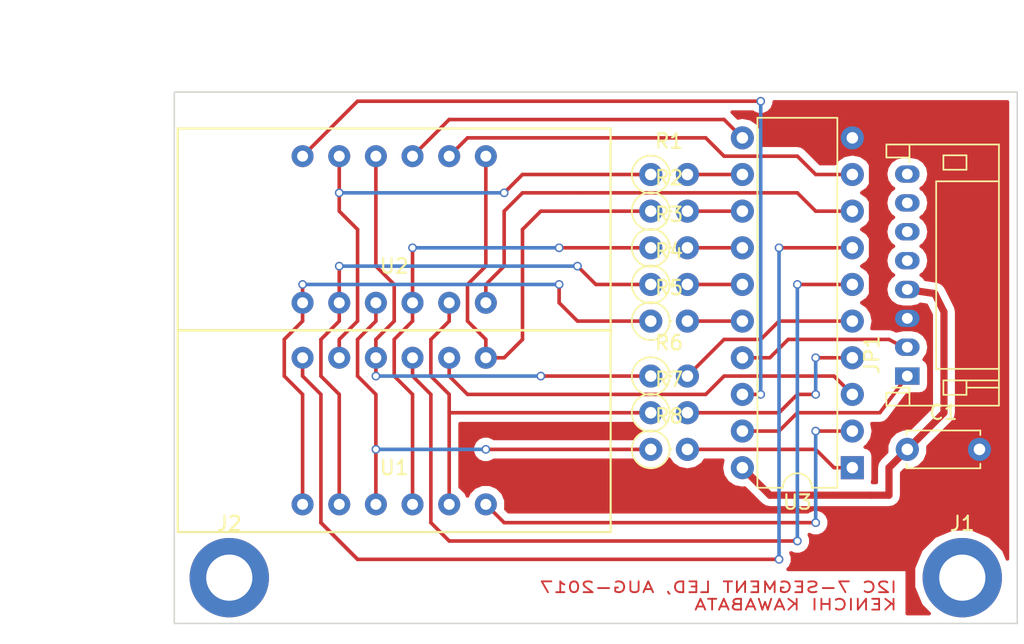
<source format=kicad_pcb>
(kicad_pcb (version 4) (host pcbnew 4.0.6)

  (general
    (links 38)
    (no_connects 0)
    (area 184.555001 98.9 255.975 143.255)
    (thickness 1.6)
    (drawings 7)
    (tracks 188)
    (zones 0)
    (modules 15)
    (nets 35)
  )

  (page A4)
  (layers
    (0 F.Cu signal)
    (31 B.Cu signal)
    (33 F.Adhes user)
    (35 F.Paste user)
    (37 F.SilkS user)
    (39 F.Mask user)
    (40 Dwgs.User user)
    (41 Cmts.User user)
    (42 Eco1.User user)
    (43 Eco2.User user)
    (44 Edge.Cuts user)
    (45 Margin user)
    (47 F.CrtYd user)
    (49 F.Fab user)
  )

  (setup
    (last_trace_width 0.5)
    (user_trace_width 0.5)
    (user_trace_width 1)
    (trace_clearance 0.2)
    (zone_clearance 0.508)
    (zone_45_only yes)
    (trace_min 0.2)
    (segment_width 0.2)
    (edge_width 0.1)
    (via_size 0.6)
    (via_drill 0.4)
    (via_min_size 0.4)
    (via_min_drill 0.3)
    (user_via 3.3553 3.2004)
    (uvia_size 0.3)
    (uvia_drill 0.1)
    (uvias_allowed no)
    (uvia_min_size 0.2)
    (uvia_min_drill 0.1)
    (pcb_text_width 0.3)
    (pcb_text_size 1.5 1.5)
    (mod_edge_width 0.15)
    (mod_text_size 1 1)
    (mod_text_width 0.15)
    (pad_size 1.5 1.5)
    (pad_drill 0.6)
    (pad_to_mask_clearance 0)
    (aux_axis_origin 196.85 141.605)
    (grid_origin 196.85 141.605)
    (visible_elements 7FFFFFFF)
    (pcbplotparams
      (layerselection 0x00020_80000001)
      (usegerberextensions false)
      (excludeedgelayer true)
      (linewidth 0.100000)
      (plotframeref false)
      (viasonmask false)
      (mode 1)
      (useauxorigin false)
      (hpglpennumber 1)
      (hpglpenspeed 20)
      (hpglpendiameter 15)
      (hpglpenoverlay 2)
      (psnegative false)
      (psa4output false)
      (plotreference true)
      (plotvalue true)
      (plotinvisibletext false)
      (padsonsilk false)
      (subtractmaskfromsilk false)
      (outputformat 4)
      (mirror false)
      (drillshape 0)
      (scaleselection 1)
      (outputdirectory ""))
  )

  (net 0 "")
  (net 1 +3V3)
  (net 2 GND)
  (net 3 "Net-(JP1-Pad1)")
  (net 4 "Net-(JP1-Pad2)")
  (net 5 "Net-(JP1-Pad5)")
  (net 6 "Net-(JP1-Pad6)")
  (net 7 "Net-(JP1-Pad7)")
  (net 8 "Net-(JP1-Pad8)")
  (net 9 "Net-(R1-Pad1)")
  (net 10 /A)
  (net 11 "Net-(R2-Pad1)")
  (net 12 /B)
  (net 13 "Net-(R3-Pad1)")
  (net 14 /C)
  (net 15 "Net-(R4-Pad1)")
  (net 16 /D)
  (net 17 "Net-(R5-Pad1)")
  (net 18 /E)
  (net 19 "Net-(R6-Pad1)")
  (net 20 /F)
  (net 21 "Net-(R7-Pad1)")
  (net 22 /G)
  (net 23 "Net-(R8-Pad1)")
  (net 24 /DP)
  (net 25 /LED8)
  (net 26 /LED7)
  (net 27 /LED6)
  (net 28 /LED5)
  (net 29 /LED4)
  (net 30 /LED3)
  (net 31 /LED2)
  (net 32 /LED1)
  (net 33 "Net-(J1-Pad1)")
  (net 34 "Net-(J2-Pad1)")

  (net_class Default "これは標準のネット クラスです。"
    (clearance 0.2)
    (trace_width 0.25)
    (via_dia 0.6)
    (via_drill 0.4)
    (uvia_dia 0.3)
    (uvia_drill 0.1)
    (add_net +3V3)
    (add_net /A)
    (add_net /B)
    (add_net /C)
    (add_net /D)
    (add_net /DP)
    (add_net /E)
    (add_net /F)
    (add_net /G)
    (add_net /LED1)
    (add_net /LED2)
    (add_net /LED3)
    (add_net /LED4)
    (add_net /LED5)
    (add_net /LED6)
    (add_net /LED7)
    (add_net /LED8)
    (add_net GND)
    (add_net "Net-(J1-Pad1)")
    (add_net "Net-(J2-Pad1)")
    (add_net "Net-(JP1-Pad1)")
    (add_net "Net-(JP1-Pad2)")
    (add_net "Net-(JP1-Pad5)")
    (add_net "Net-(JP1-Pad6)")
    (add_net "Net-(JP1-Pad7)")
    (add_net "Net-(JP1-Pad8)")
    (add_net "Net-(R1-Pad1)")
    (add_net "Net-(R2-Pad1)")
    (add_net "Net-(R3-Pad1)")
    (add_net "Net-(R4-Pad1)")
    (add_net "Net-(R5-Pad1)")
    (add_net "Net-(R6-Pad1)")
    (add_net "Net-(R7-Pad1)")
    (add_net "Net-(R8-Pad1)")
  )

  (module Housings_DIP:DIP-20_W7.62mm (layer F.Cu) (tedit 58CC8E2D) (tstamp 59853F17)
    (at 243.84 130.81 180)
    (descr "20-lead dip package, row spacing 7.62 mm (300 mils)")
    (tags "DIL DIP PDIP 2.54mm 7.62mm 300mil")
    (path /597DE147)
    (fp_text reference U3 (at 3.81 -2.39 180) (layer F.SilkS)
      (effects (font (size 1 1) (thickness 0.15)))
    )
    (fp_text value ATTINY2313-20PU (at 3.81 25.25 180) (layer F.Fab)
      (effects (font (size 1 1) (thickness 0.15)))
    )
    (fp_text user %R (at 3.81 11.43 180) (layer F.Fab)
      (effects (font (size 1 1) (thickness 0.15)))
    )
    (fp_line (start 1.635 -1.27) (end 6.985 -1.27) (layer F.Fab) (width 0.1))
    (fp_line (start 6.985 -1.27) (end 6.985 24.13) (layer F.Fab) (width 0.1))
    (fp_line (start 6.985 24.13) (end 0.635 24.13) (layer F.Fab) (width 0.1))
    (fp_line (start 0.635 24.13) (end 0.635 -0.27) (layer F.Fab) (width 0.1))
    (fp_line (start 0.635 -0.27) (end 1.635 -1.27) (layer F.Fab) (width 0.1))
    (fp_line (start 2.81 -1.39) (end 1.04 -1.39) (layer F.SilkS) (width 0.12))
    (fp_line (start 1.04 -1.39) (end 1.04 24.25) (layer F.SilkS) (width 0.12))
    (fp_line (start 1.04 24.25) (end 6.58 24.25) (layer F.SilkS) (width 0.12))
    (fp_line (start 6.58 24.25) (end 6.58 -1.39) (layer F.SilkS) (width 0.12))
    (fp_line (start 6.58 -1.39) (end 4.81 -1.39) (layer F.SilkS) (width 0.12))
    (fp_line (start -1.1 -1.6) (end -1.1 24.4) (layer F.CrtYd) (width 0.05))
    (fp_line (start -1.1 24.4) (end 8.7 24.4) (layer F.CrtYd) (width 0.05))
    (fp_line (start 8.7 24.4) (end 8.7 -1.6) (layer F.CrtYd) (width 0.05))
    (fp_line (start 8.7 -1.6) (end -1.1 -1.6) (layer F.CrtYd) (width 0.05))
    (fp_arc (start 3.81 -1.39) (end 2.81 -1.39) (angle -180) (layer F.SilkS) (width 0.12))
    (pad 1 thru_hole rect (at 0 0 180) (size 1.6 1.6) (drill 0.8) (layers *.Cu *.Mask)
      (net 24 /DP))
    (pad 11 thru_hole oval (at 7.62 22.86 180) (size 1.6 1.6) (drill 0.8) (layers *.Cu *.Mask)
      (net 31 /LED2))
    (pad 2 thru_hole oval (at 0 2.54 180) (size 1.6 1.6) (drill 0.8) (layers *.Cu *.Mask)
      (net 25 /LED8))
    (pad 12 thru_hole oval (at 7.62 20.32 180) (size 1.6 1.6) (drill 0.8) (layers *.Cu *.Mask)
      (net 10 /A))
    (pad 3 thru_hole oval (at 0 5.08 180) (size 1.6 1.6) (drill 0.8) (layers *.Cu *.Mask)
      (net 26 /LED7))
    (pad 13 thru_hole oval (at 7.62 17.78 180) (size 1.6 1.6) (drill 0.8) (layers *.Cu *.Mask)
      (net 12 /B))
    (pad 4 thru_hole oval (at 0 7.62 180) (size 1.6 1.6) (drill 0.8) (layers *.Cu *.Mask)
      (net 22 /G))
    (pad 14 thru_hole oval (at 7.62 15.24 180) (size 1.6 1.6) (drill 0.8) (layers *.Cu *.Mask)
      (net 14 /C))
    (pad 5 thru_hole oval (at 0 10.16 180) (size 1.6 1.6) (drill 0.8) (layers *.Cu *.Mask)
      (net 20 /F))
    (pad 15 thru_hole oval (at 7.62 12.7 180) (size 1.6 1.6) (drill 0.8) (layers *.Cu *.Mask)
      (net 16 /D))
    (pad 6 thru_hole oval (at 0 12.7 180) (size 1.6 1.6) (drill 0.8) (layers *.Cu *.Mask)
      (net 27 /LED6))
    (pad 16 thru_hole oval (at 7.62 10.16 180) (size 1.6 1.6) (drill 0.8) (layers *.Cu *.Mask)
      (net 18 /E))
    (pad 7 thru_hole oval (at 0 15.24 180) (size 1.6 1.6) (drill 0.8) (layers *.Cu *.Mask)
      (net 28 /LED5))
    (pad 17 thru_hole oval (at 7.62 7.62 180) (size 1.6 1.6) (drill 0.8) (layers *.Cu *.Mask)
      (net 4 "Net-(JP1-Pad2)"))
    (pad 8 thru_hole oval (at 0 17.78 180) (size 1.6 1.6) (drill 0.8) (layers *.Cu *.Mask)
      (net 29 /LED4))
    (pad 18 thru_hole oval (at 7.62 5.08 180) (size 1.6 1.6) (drill 0.8) (layers *.Cu *.Mask)
      (net 32 /LED1))
    (pad 9 thru_hole oval (at 0 20.32 180) (size 1.6 1.6) (drill 0.8) (layers *.Cu *.Mask)
      (net 30 /LED3))
    (pad 19 thru_hole oval (at 7.62 2.54 180) (size 1.6 1.6) (drill 0.8) (layers *.Cu *.Mask)
      (net 3 "Net-(JP1-Pad1)"))
    (pad 10 thru_hole oval (at 0 22.86 180) (size 1.6 1.6) (drill 0.8) (layers *.Cu *.Mask)
      (net 2 GND))
    (pad 20 thru_hole oval (at 7.62 0 180) (size 1.6 1.6) (drill 0.8) (layers *.Cu *.Mask)
      (net 1 +3V3))
    (model ${KISYS3DMOD}/Housings_DIP.3dshapes/DIP-20_W7.62mm.wrl
      (at (xyz 0 0 0))
      (scale (xyz 1 1 1))
      (rotate (xyz 0 0 0))
    )
  )

  (module mylib:NFD-3641 (layer F.Cu) (tedit 597DAC8F) (tstamp 59853EEF)
    (at 212.09 128.27)
    (path /597DC977)
    (fp_text reference U1 (at 0 2.54) (layer F.SilkS)
      (effects (font (size 1 1) (thickness 0.15)))
    )
    (fp_text value NFD-3641 (at 0 -2.54) (layer F.Fab)
      (effects (font (size 1 1) (thickness 0.15)))
    )
    (fp_line (start -15 -7) (end 15 -7) (layer F.SilkS) (width 0.15))
    (fp_line (start 15 -7) (end 15 7) (layer F.SilkS) (width 0.15))
    (fp_line (start 15 7) (end -15 7) (layer F.SilkS) (width 0.15))
    (fp_line (start -15 7) (end -15 -7) (layer F.SilkS) (width 0.15))
    (pad 1 thru_hole circle (at -6.35 5.08) (size 1.524 1.524) (drill 0.762) (layers *.Cu *.Mask)
      (net 17 "Net-(R5-Pad1)"))
    (pad 2 thru_hole circle (at -3.81 5.08) (size 1.524 1.524) (drill 0.762) (layers *.Cu *.Mask)
      (net 15 "Net-(R4-Pad1)"))
    (pad 3 thru_hole circle (at -1.27 5.08) (size 1.524 1.524) (drill 0.762) (layers *.Cu *.Mask)
      (net 23 "Net-(R8-Pad1)"))
    (pad 4 thru_hole circle (at 1.27 5.08) (size 1.524 1.524) (drill 0.762) (layers *.Cu *.Mask)
      (net 13 "Net-(R3-Pad1)"))
    (pad 5 thru_hole circle (at 3.81 5.08) (size 1.524 1.524) (drill 0.762) (layers *.Cu *.Mask)
      (net 21 "Net-(R7-Pad1)"))
    (pad 6 thru_hole circle (at 6.35 5.08) (size 1.524 1.524) (drill 0.762) (layers *.Cu *.Mask)
      (net 25 /LED8))
    (pad 7 thru_hole circle (at 6.35 -5.08) (size 1.524 1.524) (drill 0.762) (layers *.Cu *.Mask)
      (net 11 "Net-(R2-Pad1)"))
    (pad 8 thru_hole circle (at 3.81 -5.08) (size 1.524 1.524) (drill 0.762) (layers *.Cu *.Mask)
      (net 26 /LED7))
    (pad 9 thru_hole circle (at 1.27 -5.08) (size 1.524 1.524) (drill 0.762) (layers *.Cu *.Mask)
      (net 27 /LED6))
    (pad 10 thru_hole circle (at -1.27 -5.08) (size 1.524 1.524) (drill 0.762) (layers *.Cu *.Mask)
      (net 19 "Net-(R6-Pad1)"))
    (pad 11 thru_hole circle (at -3.81 -5.08) (size 1.524 1.524) (drill 0.762) (layers *.Cu *.Mask)
      (net 9 "Net-(R1-Pad1)"))
    (pad 12 thru_hole circle (at -6.35 -5.08) (size 1.524 1.524) (drill 0.762) (layers *.Cu *.Mask)
      (net 28 /LED5))
  )

  (module mylib:NFD-3641 (layer F.Cu) (tedit 597DAC8F) (tstamp 59853EFF)
    (at 212.09 114.3)
    (path /597DC9BE)
    (fp_text reference U2 (at 0 2.54) (layer F.SilkS)
      (effects (font (size 1 1) (thickness 0.15)))
    )
    (fp_text value NFD-3641 (at 0 -2.54) (layer F.Fab)
      (effects (font (size 1 1) (thickness 0.15)))
    )
    (fp_line (start -15 -7) (end 15 -7) (layer F.SilkS) (width 0.15))
    (fp_line (start 15 -7) (end 15 7) (layer F.SilkS) (width 0.15))
    (fp_line (start 15 7) (end -15 7) (layer F.SilkS) (width 0.15))
    (fp_line (start -15 7) (end -15 -7) (layer F.SilkS) (width 0.15))
    (pad 1 thru_hole circle (at -6.35 5.08) (size 1.524 1.524) (drill 0.762) (layers *.Cu *.Mask)
      (net 17 "Net-(R5-Pad1)"))
    (pad 2 thru_hole circle (at -3.81 5.08) (size 1.524 1.524) (drill 0.762) (layers *.Cu *.Mask)
      (net 15 "Net-(R4-Pad1)"))
    (pad 3 thru_hole circle (at -1.27 5.08) (size 1.524 1.524) (drill 0.762) (layers *.Cu *.Mask)
      (net 23 "Net-(R8-Pad1)"))
    (pad 4 thru_hole circle (at 1.27 5.08) (size 1.524 1.524) (drill 0.762) (layers *.Cu *.Mask)
      (net 13 "Net-(R3-Pad1)"))
    (pad 5 thru_hole circle (at 3.81 5.08) (size 1.524 1.524) (drill 0.762) (layers *.Cu *.Mask)
      (net 21 "Net-(R7-Pad1)"))
    (pad 6 thru_hole circle (at 6.35 5.08) (size 1.524 1.524) (drill 0.762) (layers *.Cu *.Mask)
      (net 29 /LED4))
    (pad 7 thru_hole circle (at 6.35 -5.08) (size 1.524 1.524) (drill 0.762) (layers *.Cu *.Mask)
      (net 11 "Net-(R2-Pad1)"))
    (pad 8 thru_hole circle (at 3.81 -5.08) (size 1.524 1.524) (drill 0.762) (layers *.Cu *.Mask)
      (net 30 /LED3))
    (pad 9 thru_hole circle (at 1.27 -5.08) (size 1.524 1.524) (drill 0.762) (layers *.Cu *.Mask)
      (net 31 /LED2))
    (pad 10 thru_hole circle (at -1.27 -5.08) (size 1.524 1.524) (drill 0.762) (layers *.Cu *.Mask)
      (net 19 "Net-(R6-Pad1)"))
    (pad 11 thru_hole circle (at -3.81 -5.08) (size 1.524 1.524) (drill 0.762) (layers *.Cu *.Mask)
      (net 9 "Net-(R1-Pad1)"))
    (pad 12 thru_hole circle (at -6.35 -5.08) (size 1.524 1.524) (drill 0.762) (layers *.Cu *.Mask)
      (net 32 /LED1))
  )

  (module Connectors_JST:JST_PH_S8B-PH-K_08x2.00mm_Angled (layer F.Cu) (tedit 58D3FE32) (tstamp 59853EAF)
    (at 247.65 124.46 90)
    (descr "JST PH series connector, S8B-PH-K, side entry type, through hole, Datasheet: http://www.jst-mfg.com/product/pdf/eng/ePH.pdf")
    (tags "connector jst ph")
    (path /597DE044)
    (fp_text reference JP1 (at 1.5 -2.45 90) (layer F.SilkS)
      (effects (font (size 1 1) (thickness 0.15)))
    )
    (fp_text value JP_8P (at 7 7.25 90) (layer F.Fab)
      (effects (font (size 1 1) (thickness 0.15)))
    )
    (fp_line (start 0.5 6.35) (end 0.5 2) (layer F.SilkS) (width 0.12))
    (fp_line (start 0.5 2) (end 13.5 2) (layer F.SilkS) (width 0.12))
    (fp_line (start 13.5 2) (end 13.5 6.35) (layer F.SilkS) (width 0.12))
    (fp_line (start -0.8 0.15) (end -1.15 0.15) (layer F.SilkS) (width 0.12))
    (fp_line (start -1.15 0.15) (end -1.15 -1.45) (layer F.SilkS) (width 0.12))
    (fp_line (start -1.15 -1.45) (end -2.05 -1.45) (layer F.SilkS) (width 0.12))
    (fp_line (start -2.05 -1.45) (end -2.05 6.35) (layer F.SilkS) (width 0.12))
    (fp_line (start -2.05 6.35) (end 16.05 6.35) (layer F.SilkS) (width 0.12))
    (fp_line (start 16.05 6.35) (end 16.05 -1.45) (layer F.SilkS) (width 0.12))
    (fp_line (start 16.05 -1.45) (end 15.15 -1.45) (layer F.SilkS) (width 0.12))
    (fp_line (start 15.15 -1.45) (end 15.15 0.15) (layer F.SilkS) (width 0.12))
    (fp_line (start 15.15 0.15) (end 14.8 0.15) (layer F.SilkS) (width 0.12))
    (fp_line (start -2.05 0.15) (end -1.15 0.15) (layer F.SilkS) (width 0.12))
    (fp_line (start 16.05 0.15) (end 15.15 0.15) (layer F.SilkS) (width 0.12))
    (fp_line (start -1.3 2.5) (end -1.3 4.1) (layer F.SilkS) (width 0.12))
    (fp_line (start -1.3 4.1) (end -0.3 4.1) (layer F.SilkS) (width 0.12))
    (fp_line (start -0.3 4.1) (end -0.3 2.5) (layer F.SilkS) (width 0.12))
    (fp_line (start -0.3 2.5) (end -1.3 2.5) (layer F.SilkS) (width 0.12))
    (fp_line (start 15.3 2.5) (end 15.3 4.1) (layer F.SilkS) (width 0.12))
    (fp_line (start 15.3 4.1) (end 14.3 4.1) (layer F.SilkS) (width 0.12))
    (fp_line (start 14.3 4.1) (end 14.3 2.5) (layer F.SilkS) (width 0.12))
    (fp_line (start 14.3 2.5) (end 15.3 2.5) (layer F.SilkS) (width 0.12))
    (fp_line (start -0.3 4.1) (end -0.3 6.35) (layer F.SilkS) (width 0.12))
    (fp_line (start -0.8 4.1) (end -0.8 6.35) (layer F.SilkS) (width 0.12))
    (fp_line (start -2.45 -1.85) (end -2.45 6.75) (layer F.CrtYd) (width 0.05))
    (fp_line (start -2.45 6.75) (end 16.45 6.75) (layer F.CrtYd) (width 0.05))
    (fp_line (start 16.45 6.75) (end 16.45 -1.85) (layer F.CrtYd) (width 0.05))
    (fp_line (start 16.45 -1.85) (end -2.45 -1.85) (layer F.CrtYd) (width 0.05))
    (fp_line (start -1.25 0.25) (end -1.25 -1.35) (layer F.Fab) (width 0.1))
    (fp_line (start -1.25 -1.35) (end -1.95 -1.35) (layer F.Fab) (width 0.1))
    (fp_line (start -1.95 -1.35) (end -1.95 6.25) (layer F.Fab) (width 0.1))
    (fp_line (start -1.95 6.25) (end 15.95 6.25) (layer F.Fab) (width 0.1))
    (fp_line (start 15.95 6.25) (end 15.95 -1.35) (layer F.Fab) (width 0.1))
    (fp_line (start 15.95 -1.35) (end 15.25 -1.35) (layer F.Fab) (width 0.1))
    (fp_line (start 15.25 -1.35) (end 15.25 0.25) (layer F.Fab) (width 0.1))
    (fp_line (start 15.25 0.25) (end -1.25 0.25) (layer F.Fab) (width 0.1))
    (fp_line (start -0.8 0.15) (end -0.8 -1.05) (layer F.SilkS) (width 0.12))
    (fp_line (start 0 0.85) (end -0.5 1.35) (layer F.Fab) (width 0.1))
    (fp_line (start -0.5 1.35) (end 0.5 1.35) (layer F.Fab) (width 0.1))
    (fp_line (start 0.5 1.35) (end 0 0.85) (layer F.Fab) (width 0.1))
    (fp_text user %R (at 7 2.5 90) (layer F.Fab)
      (effects (font (size 1 1) (thickness 0.15)))
    )
    (pad 1 thru_hole rect (at 0 0 90) (size 1.2 1.7) (drill 0.75) (layers *.Cu *.Mask)
      (net 3 "Net-(JP1-Pad1)"))
    (pad 2 thru_hole oval (at 2 0 90) (size 1.2 1.7) (drill 0.75) (layers *.Cu *.Mask)
      (net 4 "Net-(JP1-Pad2)"))
    (pad 3 thru_hole oval (at 4 0 90) (size 1.2 1.7) (drill 0.75) (layers *.Cu *.Mask)
      (net 2 GND))
    (pad 4 thru_hole oval (at 6 0 90) (size 1.2 1.7) (drill 0.75) (layers *.Cu *.Mask)
      (net 1 +3V3))
    (pad 5 thru_hole oval (at 8 0 90) (size 1.2 1.7) (drill 0.75) (layers *.Cu *.Mask)
      (net 5 "Net-(JP1-Pad5)"))
    (pad 6 thru_hole oval (at 10 0 90) (size 1.2 1.7) (drill 0.75) (layers *.Cu *.Mask)
      (net 6 "Net-(JP1-Pad6)"))
    (pad 7 thru_hole oval (at 12 0 90) (size 1.2 1.7) (drill 0.75) (layers *.Cu *.Mask)
      (net 7 "Net-(JP1-Pad7)"))
    (pad 8 thru_hole oval (at 14 0 90) (size 1.2 1.7) (drill 0.75) (layers *.Cu *.Mask)
      (net 8 "Net-(JP1-Pad8)"))
    (model ${KISYS3DMOD}/Connectors_JST.3dshapes/JST_PH_S8B-PH-K_08x2.00mm_Angled.wrl
      (at (xyz 0 0 0))
      (scale (xyz 1 1 1))
      (rotate (xyz 0 0 0))
    )
  )

  (module Capacitors_THT:C_Disc_D5.0mm_W2.5mm_P5.00mm (layer F.Cu) (tedit 597BC7C2) (tstamp 59854692)
    (at 247.65 129.54)
    (descr "C, Disc series, Radial, pin pitch=5.00mm, , diameter*width=5*2.5mm^2, Capacitor, http://cdn-reichelt.de/documents/datenblatt/B300/DS_KERKO_TC.pdf")
    (tags "C Disc series Radial pin pitch 5.00mm  diameter 5mm width 2.5mm Capacitor")
    (path /597E4277)
    (fp_text reference C1 (at 2.5 -2.56) (layer F.SilkS)
      (effects (font (size 1 1) (thickness 0.15)))
    )
    (fp_text value 0.1u (at 2.5 2.56) (layer F.Fab)
      (effects (font (size 1 1) (thickness 0.15)))
    )
    (fp_line (start 0 -1.25) (end 0 1.25) (layer F.Fab) (width 0.1))
    (fp_line (start 0 1.25) (end 5 1.25) (layer F.Fab) (width 0.1))
    (fp_line (start 5 1.25) (end 5 -1.25) (layer F.Fab) (width 0.1))
    (fp_line (start 5 -1.25) (end 0 -1.25) (layer F.Fab) (width 0.1))
    (fp_line (start -0.06 -1.31) (end 5.06 -1.31) (layer F.SilkS) (width 0.12))
    (fp_line (start -0.06 1.31) (end 5.06 1.31) (layer F.SilkS) (width 0.12))
    (fp_line (start -0.06 -1.31) (end -0.06 -0.996) (layer F.SilkS) (width 0.12))
    (fp_line (start -0.06 0.996) (end -0.06 1.31) (layer F.SilkS) (width 0.12))
    (fp_line (start 5.06 -1.31) (end 5.06 -0.996) (layer F.SilkS) (width 0.12))
    (fp_line (start 5.06 0.996) (end 5.06 1.31) (layer F.SilkS) (width 0.12))
    (fp_line (start -1.05 -1.6) (end -1.05 1.6) (layer F.CrtYd) (width 0.05))
    (fp_line (start -1.05 1.6) (end 6.05 1.6) (layer F.CrtYd) (width 0.05))
    (fp_line (start 6.05 1.6) (end 6.05 -1.6) (layer F.CrtYd) (width 0.05))
    (fp_line (start 6.05 -1.6) (end -1.05 -1.6) (layer F.CrtYd) (width 0.05))
    (fp_text user %R (at 2.5 0) (layer F.Fab)
      (effects (font (size 1 1) (thickness 0.15)))
    )
    (pad 1 thru_hole circle (at 0 0) (size 1.6 1.6) (drill 0.8) (layers *.Cu *.Mask)
      (net 1 +3V3))
    (pad 2 thru_hole circle (at 5 0) (size 1.6 1.6) (drill 0.8) (layers *.Cu *.Mask)
      (net 2 GND))
    (model ${KISYS3DMOD}/Capacitors_THT.3dshapes/C_Disc_D5.0mm_W2.5mm_P5.00mm.wrl
      (at (xyz 0 0 0))
      (scale (xyz 1 1 1))
      (rotate (xyz 0 0 0))
    )
  )

  (module Resistors_THT:R_Axial_DIN0207_L6.3mm_D2.5mm_P2.54mm_Vertical (layer F.Cu) (tedit 5874F706) (tstamp 598589A4)
    (at 229.87 110.49)
    (descr "Resistor, Axial_DIN0207 series, Axial, Vertical, pin pitch=2.54mm, 0.25W = 1/4W, length*diameter=6.3*2.5mm^2, http://cdn-reichelt.de/documents/datenblatt/B400/1_4W%23YAG.pdf")
    (tags "Resistor Axial_DIN0207 series Axial Vertical pin pitch 2.54mm 0.25W = 1/4W length 6.3mm diameter 2.5mm")
    (path /597DE298)
    (fp_text reference R1 (at 1.27 -2.31) (layer F.SilkS)
      (effects (font (size 1 1) (thickness 0.15)))
    )
    (fp_text value 270 (at 1.27 2.31) (layer F.Fab)
      (effects (font (size 1 1) (thickness 0.15)))
    )
    (fp_circle (center 0 0) (end 1.25 0) (layer F.Fab) (width 0.1))
    (fp_circle (center 0 0) (end 1.31 0) (layer F.SilkS) (width 0.12))
    (fp_line (start 0 0) (end 2.54 0) (layer F.Fab) (width 0.1))
    (fp_line (start 1.31 0) (end 1.44 0) (layer F.SilkS) (width 0.12))
    (fp_line (start -1.6 -1.6) (end -1.6 1.6) (layer F.CrtYd) (width 0.05))
    (fp_line (start -1.6 1.6) (end 3.65 1.6) (layer F.CrtYd) (width 0.05))
    (fp_line (start 3.65 1.6) (end 3.65 -1.6) (layer F.CrtYd) (width 0.05))
    (fp_line (start 3.65 -1.6) (end -1.6 -1.6) (layer F.CrtYd) (width 0.05))
    (pad 1 thru_hole circle (at 0 0) (size 1.6 1.6) (drill 0.8) (layers *.Cu *.Mask)
      (net 9 "Net-(R1-Pad1)"))
    (pad 2 thru_hole oval (at 2.54 0) (size 1.6 1.6) (drill 0.8) (layers *.Cu *.Mask)
      (net 10 /A))
    (model ${KISYS3DMOD}/Resistors_THT.3dshapes/R_Axial_DIN0207_L6.3mm_D2.5mm_P2.54mm_Vertical.wrl
      (at (xyz 0 0 0))
      (scale (xyz 0.393701 0.393701 0.393701))
      (rotate (xyz 0 0 0))
    )
  )

  (module Resistors_THT:R_Axial_DIN0207_L6.3mm_D2.5mm_P2.54mm_Vertical (layer F.Cu) (tedit 5874F706) (tstamp 598589A9)
    (at 229.87 113.03)
    (descr "Resistor, Axial_DIN0207 series, Axial, Vertical, pin pitch=2.54mm, 0.25W = 1/4W, length*diameter=6.3*2.5mm^2, http://cdn-reichelt.de/documents/datenblatt/B400/1_4W%23YAG.pdf")
    (tags "Resistor Axial_DIN0207 series Axial Vertical pin pitch 2.54mm 0.25W = 1/4W length 6.3mm diameter 2.5mm")
    (path /597DE256)
    (fp_text reference R2 (at 1.27 -2.31) (layer F.SilkS)
      (effects (font (size 1 1) (thickness 0.15)))
    )
    (fp_text value 270 (at 1.27 2.31) (layer F.Fab)
      (effects (font (size 1 1) (thickness 0.15)))
    )
    (fp_circle (center 0 0) (end 1.25 0) (layer F.Fab) (width 0.1))
    (fp_circle (center 0 0) (end 1.31 0) (layer F.SilkS) (width 0.12))
    (fp_line (start 0 0) (end 2.54 0) (layer F.Fab) (width 0.1))
    (fp_line (start 1.31 0) (end 1.44 0) (layer F.SilkS) (width 0.12))
    (fp_line (start -1.6 -1.6) (end -1.6 1.6) (layer F.CrtYd) (width 0.05))
    (fp_line (start -1.6 1.6) (end 3.65 1.6) (layer F.CrtYd) (width 0.05))
    (fp_line (start 3.65 1.6) (end 3.65 -1.6) (layer F.CrtYd) (width 0.05))
    (fp_line (start 3.65 -1.6) (end -1.6 -1.6) (layer F.CrtYd) (width 0.05))
    (pad 1 thru_hole circle (at 0 0) (size 1.6 1.6) (drill 0.8) (layers *.Cu *.Mask)
      (net 11 "Net-(R2-Pad1)"))
    (pad 2 thru_hole oval (at 2.54 0) (size 1.6 1.6) (drill 0.8) (layers *.Cu *.Mask)
      (net 12 /B))
    (model ${KISYS3DMOD}/Resistors_THT.3dshapes/R_Axial_DIN0207_L6.3mm_D2.5mm_P2.54mm_Vertical.wrl
      (at (xyz 0 0 0))
      (scale (xyz 0.393701 0.393701 0.393701))
      (rotate (xyz 0 0 0))
    )
  )

  (module Resistors_THT:R_Axial_DIN0207_L6.3mm_D2.5mm_P2.54mm_Vertical (layer F.Cu) (tedit 5874F706) (tstamp 598589AE)
    (at 229.87 115.57)
    (descr "Resistor, Axial_DIN0207 series, Axial, Vertical, pin pitch=2.54mm, 0.25W = 1/4W, length*diameter=6.3*2.5mm^2, http://cdn-reichelt.de/documents/datenblatt/B400/1_4W%23YAG.pdf")
    (tags "Resistor Axial_DIN0207 series Axial Vertical pin pitch 2.54mm 0.25W = 1/4W length 6.3mm diameter 2.5mm")
    (path /597DE01E)
    (fp_text reference R3 (at 1.27 -2.31) (layer F.SilkS)
      (effects (font (size 1 1) (thickness 0.15)))
    )
    (fp_text value 270 (at 1.27 2.31) (layer F.Fab)
      (effects (font (size 1 1) (thickness 0.15)))
    )
    (fp_circle (center 0 0) (end 1.25 0) (layer F.Fab) (width 0.1))
    (fp_circle (center 0 0) (end 1.31 0) (layer F.SilkS) (width 0.12))
    (fp_line (start 0 0) (end 2.54 0) (layer F.Fab) (width 0.1))
    (fp_line (start 1.31 0) (end 1.44 0) (layer F.SilkS) (width 0.12))
    (fp_line (start -1.6 -1.6) (end -1.6 1.6) (layer F.CrtYd) (width 0.05))
    (fp_line (start -1.6 1.6) (end 3.65 1.6) (layer F.CrtYd) (width 0.05))
    (fp_line (start 3.65 1.6) (end 3.65 -1.6) (layer F.CrtYd) (width 0.05))
    (fp_line (start 3.65 -1.6) (end -1.6 -1.6) (layer F.CrtYd) (width 0.05))
    (pad 1 thru_hole circle (at 0 0) (size 1.6 1.6) (drill 0.8) (layers *.Cu *.Mask)
      (net 13 "Net-(R3-Pad1)"))
    (pad 2 thru_hole oval (at 2.54 0) (size 1.6 1.6) (drill 0.8) (layers *.Cu *.Mask)
      (net 14 /C))
    (model ${KISYS3DMOD}/Resistors_THT.3dshapes/R_Axial_DIN0207_L6.3mm_D2.5mm_P2.54mm_Vertical.wrl
      (at (xyz 0 0 0))
      (scale (xyz 0.393701 0.393701 0.393701))
      (rotate (xyz 0 0 0))
    )
  )

  (module Resistors_THT:R_Axial_DIN0207_L6.3mm_D2.5mm_P2.54mm_Vertical (layer F.Cu) (tedit 5874F706) (tstamp 598589B3)
    (at 229.87 118.11)
    (descr "Resistor, Axial_DIN0207 series, Axial, Vertical, pin pitch=2.54mm, 0.25W = 1/4W, length*diameter=6.3*2.5mm^2, http://cdn-reichelt.de/documents/datenblatt/B400/1_4W%23YAG.pdf")
    (tags "Resistor Axial_DIN0207 series Axial Vertical pin pitch 2.54mm 0.25W = 1/4W length 6.3mm diameter 2.5mm")
    (path /597DE2D9)
    (fp_text reference R4 (at 1.27 -2.31) (layer F.SilkS)
      (effects (font (size 1 1) (thickness 0.15)))
    )
    (fp_text value 270 (at 1.27 2.31) (layer F.Fab)
      (effects (font (size 1 1) (thickness 0.15)))
    )
    (fp_circle (center 0 0) (end 1.25 0) (layer F.Fab) (width 0.1))
    (fp_circle (center 0 0) (end 1.31 0) (layer F.SilkS) (width 0.12))
    (fp_line (start 0 0) (end 2.54 0) (layer F.Fab) (width 0.1))
    (fp_line (start 1.31 0) (end 1.44 0) (layer F.SilkS) (width 0.12))
    (fp_line (start -1.6 -1.6) (end -1.6 1.6) (layer F.CrtYd) (width 0.05))
    (fp_line (start -1.6 1.6) (end 3.65 1.6) (layer F.CrtYd) (width 0.05))
    (fp_line (start 3.65 1.6) (end 3.65 -1.6) (layer F.CrtYd) (width 0.05))
    (fp_line (start 3.65 -1.6) (end -1.6 -1.6) (layer F.CrtYd) (width 0.05))
    (pad 1 thru_hole circle (at 0 0) (size 1.6 1.6) (drill 0.8) (layers *.Cu *.Mask)
      (net 15 "Net-(R4-Pad1)"))
    (pad 2 thru_hole oval (at 2.54 0) (size 1.6 1.6) (drill 0.8) (layers *.Cu *.Mask)
      (net 16 /D))
    (model ${KISYS3DMOD}/Resistors_THT.3dshapes/R_Axial_DIN0207_L6.3mm_D2.5mm_P2.54mm_Vertical.wrl
      (at (xyz 0 0 0))
      (scale (xyz 0.393701 0.393701 0.393701))
      (rotate (xyz 0 0 0))
    )
  )

  (module Resistors_THT:R_Axial_DIN0207_L6.3mm_D2.5mm_P2.54mm_Vertical (layer F.Cu) (tedit 5874F706) (tstamp 598589B8)
    (at 229.87 120.65)
    (descr "Resistor, Axial_DIN0207 series, Axial, Vertical, pin pitch=2.54mm, 0.25W = 1/4W, length*diameter=6.3*2.5mm^2, http://cdn-reichelt.de/documents/datenblatt/B400/1_4W%23YAG.pdf")
    (tags "Resistor Axial_DIN0207 series Axial Vertical pin pitch 2.54mm 0.25W = 1/4W length 6.3mm diameter 2.5mm")
    (path /597DE49B)
    (fp_text reference R5 (at 1.27 -2.31) (layer F.SilkS)
      (effects (font (size 1 1) (thickness 0.15)))
    )
    (fp_text value 270 (at 1.27 2.31) (layer F.Fab)
      (effects (font (size 1 1) (thickness 0.15)))
    )
    (fp_circle (center 0 0) (end 1.25 0) (layer F.Fab) (width 0.1))
    (fp_circle (center 0 0) (end 1.31 0) (layer F.SilkS) (width 0.12))
    (fp_line (start 0 0) (end 2.54 0) (layer F.Fab) (width 0.1))
    (fp_line (start 1.31 0) (end 1.44 0) (layer F.SilkS) (width 0.12))
    (fp_line (start -1.6 -1.6) (end -1.6 1.6) (layer F.CrtYd) (width 0.05))
    (fp_line (start -1.6 1.6) (end 3.65 1.6) (layer F.CrtYd) (width 0.05))
    (fp_line (start 3.65 1.6) (end 3.65 -1.6) (layer F.CrtYd) (width 0.05))
    (fp_line (start 3.65 -1.6) (end -1.6 -1.6) (layer F.CrtYd) (width 0.05))
    (pad 1 thru_hole circle (at 0 0) (size 1.6 1.6) (drill 0.8) (layers *.Cu *.Mask)
      (net 17 "Net-(R5-Pad1)"))
    (pad 2 thru_hole oval (at 2.54 0) (size 1.6 1.6) (drill 0.8) (layers *.Cu *.Mask)
      (net 18 /E))
    (model ${KISYS3DMOD}/Resistors_THT.3dshapes/R_Axial_DIN0207_L6.3mm_D2.5mm_P2.54mm_Vertical.wrl
      (at (xyz 0 0 0))
      (scale (xyz 0.393701 0.393701 0.393701))
      (rotate (xyz 0 0 0))
    )
  )

  (module Resistors_THT:R_Axial_DIN0207_L6.3mm_D2.5mm_P2.54mm_Vertical (layer F.Cu) (tedit 5874F706) (tstamp 59858D81)
    (at 229.87 124.46)
    (descr "Resistor, Axial_DIN0207 series, Axial, Vertical, pin pitch=2.54mm, 0.25W = 1/4W, length*diameter=6.3*2.5mm^2, http://cdn-reichelt.de/documents/datenblatt/B400/1_4W%23YAG.pdf")
    (tags "Resistor Axial_DIN0207 series Axial Vertical pin pitch 2.54mm 0.25W = 1/4W length 6.3mm diameter 2.5mm")
    (path /597DE495)
    (fp_text reference R6 (at 1.27 -2.31) (layer F.SilkS)
      (effects (font (size 1 1) (thickness 0.15)))
    )
    (fp_text value 270 (at 1.27 2.31) (layer F.Fab)
      (effects (font (size 1 1) (thickness 0.15)))
    )
    (fp_circle (center 0 0) (end 1.25 0) (layer F.Fab) (width 0.1))
    (fp_circle (center 0 0) (end 1.31 0) (layer F.SilkS) (width 0.12))
    (fp_line (start 0 0) (end 2.54 0) (layer F.Fab) (width 0.1))
    (fp_line (start 1.31 0) (end 1.44 0) (layer F.SilkS) (width 0.12))
    (fp_line (start -1.6 -1.6) (end -1.6 1.6) (layer F.CrtYd) (width 0.05))
    (fp_line (start -1.6 1.6) (end 3.65 1.6) (layer F.CrtYd) (width 0.05))
    (fp_line (start 3.65 1.6) (end 3.65 -1.6) (layer F.CrtYd) (width 0.05))
    (fp_line (start 3.65 -1.6) (end -1.6 -1.6) (layer F.CrtYd) (width 0.05))
    (pad 1 thru_hole circle (at 0 0) (size 1.6 1.6) (drill 0.8) (layers *.Cu *.Mask)
      (net 19 "Net-(R6-Pad1)"))
    (pad 2 thru_hole oval (at 2.54 0) (size 1.6 1.6) (drill 0.8) (layers *.Cu *.Mask)
      (net 20 /F))
    (model ${KISYS3DMOD}/Resistors_THT.3dshapes/R_Axial_DIN0207_L6.3mm_D2.5mm_P2.54mm_Vertical.wrl
      (at (xyz 0 0 0))
      (scale (xyz 0.393701 0.393701 0.393701))
      (rotate (xyz 0 0 0))
    )
  )

  (module Resistors_THT:R_Axial_DIN0207_L6.3mm_D2.5mm_P2.54mm_Vertical (layer F.Cu) (tedit 5874F706) (tstamp 59858D86)
    (at 229.87 127)
    (descr "Resistor, Axial_DIN0207 series, Axial, Vertical, pin pitch=2.54mm, 0.25W = 1/4W, length*diameter=6.3*2.5mm^2, http://cdn-reichelt.de/documents/datenblatt/B400/1_4W%23YAG.pdf")
    (tags "Resistor Axial_DIN0207 series Axial Vertical pin pitch 2.54mm 0.25W = 1/4W length 6.3mm diameter 2.5mm")
    (path /597DE48F)
    (fp_text reference R7 (at 1.27 -2.31) (layer F.SilkS)
      (effects (font (size 1 1) (thickness 0.15)))
    )
    (fp_text value 270 (at 1.27 2.31) (layer F.Fab)
      (effects (font (size 1 1) (thickness 0.15)))
    )
    (fp_circle (center 0 0) (end 1.25 0) (layer F.Fab) (width 0.1))
    (fp_circle (center 0 0) (end 1.31 0) (layer F.SilkS) (width 0.12))
    (fp_line (start 0 0) (end 2.54 0) (layer F.Fab) (width 0.1))
    (fp_line (start 1.31 0) (end 1.44 0) (layer F.SilkS) (width 0.12))
    (fp_line (start -1.6 -1.6) (end -1.6 1.6) (layer F.CrtYd) (width 0.05))
    (fp_line (start -1.6 1.6) (end 3.65 1.6) (layer F.CrtYd) (width 0.05))
    (fp_line (start 3.65 1.6) (end 3.65 -1.6) (layer F.CrtYd) (width 0.05))
    (fp_line (start 3.65 -1.6) (end -1.6 -1.6) (layer F.CrtYd) (width 0.05))
    (pad 1 thru_hole circle (at 0 0) (size 1.6 1.6) (drill 0.8) (layers *.Cu *.Mask)
      (net 21 "Net-(R7-Pad1)"))
    (pad 2 thru_hole oval (at 2.54 0) (size 1.6 1.6) (drill 0.8) (layers *.Cu *.Mask)
      (net 22 /G))
    (model ${KISYS3DMOD}/Resistors_THT.3dshapes/R_Axial_DIN0207_L6.3mm_D2.5mm_P2.54mm_Vertical.wrl
      (at (xyz 0 0 0))
      (scale (xyz 0.393701 0.393701 0.393701))
      (rotate (xyz 0 0 0))
    )
  )

  (module Resistors_THT:R_Axial_DIN0207_L6.3mm_D2.5mm_P2.54mm_Vertical (layer F.Cu) (tedit 5874F706) (tstamp 59858D8B)
    (at 229.87 129.54)
    (descr "Resistor, Axial_DIN0207 series, Axial, Vertical, pin pitch=2.54mm, 0.25W = 1/4W, length*diameter=6.3*2.5mm^2, http://cdn-reichelt.de/documents/datenblatt/B400/1_4W%23YAG.pdf")
    (tags "Resistor Axial_DIN0207 series Axial Vertical pin pitch 2.54mm 0.25W = 1/4W length 6.3mm diameter 2.5mm")
    (path /597DE4A1)
    (fp_text reference R8 (at 1.27 -2.31) (layer F.SilkS)
      (effects (font (size 1 1) (thickness 0.15)))
    )
    (fp_text value 270 (at 1.27 2.31) (layer F.Fab)
      (effects (font (size 1 1) (thickness 0.15)))
    )
    (fp_circle (center 0 0) (end 1.25 0) (layer F.Fab) (width 0.1))
    (fp_circle (center 0 0) (end 1.31 0) (layer F.SilkS) (width 0.12))
    (fp_line (start 0 0) (end 2.54 0) (layer F.Fab) (width 0.1))
    (fp_line (start 1.31 0) (end 1.44 0) (layer F.SilkS) (width 0.12))
    (fp_line (start -1.6 -1.6) (end -1.6 1.6) (layer F.CrtYd) (width 0.05))
    (fp_line (start -1.6 1.6) (end 3.65 1.6) (layer F.CrtYd) (width 0.05))
    (fp_line (start 3.65 1.6) (end 3.65 -1.6) (layer F.CrtYd) (width 0.05))
    (fp_line (start 3.65 -1.6) (end -1.6 -1.6) (layer F.CrtYd) (width 0.05))
    (pad 1 thru_hole circle (at 0 0) (size 1.6 1.6) (drill 0.8) (layers *.Cu *.Mask)
      (net 23 "Net-(R8-Pad1)"))
    (pad 2 thru_hole oval (at 2.54 0) (size 1.6 1.6) (drill 0.8) (layers *.Cu *.Mask)
      (net 24 /DP))
    (model ${KISYS3DMOD}/Resistors_THT.3dshapes/R_Axial_DIN0207_L6.3mm_D2.5mm_P2.54mm_Vertical.wrl
      (at (xyz 0 0 0))
      (scale (xyz 0.393701 0.393701 0.393701))
      (rotate (xyz 0 0 0))
    )
  )

  (module Mounting_Holes:MountingHole_3.2mm_M3_ISO14580_Pad (layer F.Cu) (tedit 56D1B4CB) (tstamp 5985AB68)
    (at 251.46 138.43)
    (descr "Mounting Hole 3.2mm, M3, ISO14580")
    (tags "mounting hole 3.2mm m3 iso14580")
    (path /5985A9DE)
    (fp_text reference J1 (at 0 -3.75) (layer F.SilkS)
      (effects (font (size 1 1) (thickness 0.15)))
    )
    (fp_text value hole1 (at 0 3.75) (layer F.Fab)
      (effects (font (size 1 1) (thickness 0.15)))
    )
    (fp_circle (center 0 0) (end 2.75 0) (layer Cmts.User) (width 0.15))
    (fp_circle (center 0 0) (end 3 0) (layer F.CrtYd) (width 0.05))
    (pad 1 thru_hole circle (at 0 0) (size 5.5 5.5) (drill 3.2) (layers *.Cu *.Mask)
      (net 33 "Net-(J1-Pad1)"))
  )

  (module Mounting_Holes:MountingHole_3.2mm_M3_ISO14580_Pad (layer F.Cu) (tedit 56D1B4CB) (tstamp 5985AB6D)
    (at 200.66 138.43)
    (descr "Mounting Hole 3.2mm, M3, ISO14580")
    (tags "mounting hole 3.2mm m3 iso14580")
    (path /5985ABF3)
    (fp_text reference J2 (at 0 -3.75) (layer F.SilkS)
      (effects (font (size 1 1) (thickness 0.15)))
    )
    (fp_text value hole2 (at 0 3.75) (layer F.Fab)
      (effects (font (size 1 1) (thickness 0.15)))
    )
    (fp_circle (center 0 0) (end 2.75 0) (layer Cmts.User) (width 0.15))
    (fp_circle (center 0 0) (end 3 0) (layer F.CrtYd) (width 0.05))
    (pad 1 thru_hole circle (at 0 0) (size 5.5 5.5) (drill 3.2) (layers *.Cu *.Mask)
      (net 34 "Net-(J2-Pad1)"))
  )

  (gr_text "I2C 7-SEGMENT LED, AUG-2017\nKENICHI KAWABATA" (at 247.015 139.7) (layer F.Cu)
    (effects (font (size 0.75 1) (thickness 0.125)) (justify left mirror))
  )
  (dimension 36.83 (width 0.3) (layer Dwgs.User)
    (gr_text "36.830 mm" (at 191.055 123.19 270) (layer Dwgs.User)
      (effects (font (size 1.5 1.5) (thickness 0.3)))
    )
    (feature1 (pts (xy 196.85 141.605) (xy 189.705 141.605)))
    (feature2 (pts (xy 196.85 104.775) (xy 189.705 104.775)))
    (crossbar (pts (xy 192.405 104.775) (xy 192.405 141.605)))
    (arrow1a (pts (xy 192.405 141.605) (xy 191.818579 140.478496)))
    (arrow1b (pts (xy 192.405 141.605) (xy 192.991421 140.478496)))
    (arrow2a (pts (xy 192.405 104.775) (xy 191.818579 105.901504)))
    (arrow2b (pts (xy 192.405 104.775) (xy 192.991421 105.901504)))
  )
  (dimension 58.42 (width 0.3) (layer Dwgs.User)
    (gr_text "58.420 mm" (at 226.06 100.25) (layer Dwgs.User)
      (effects (font (size 1.5 1.5) (thickness 0.3)))
    )
    (feature1 (pts (xy 255.27 104.775) (xy 255.27 98.9)))
    (feature2 (pts (xy 196.85 104.775) (xy 196.85 98.9)))
    (crossbar (pts (xy 196.85 101.6) (xy 255.27 101.6)))
    (arrow1a (pts (xy 255.27 101.6) (xy 254.143496 102.186421)))
    (arrow1b (pts (xy 255.27 101.6) (xy 254.143496 101.013579)))
    (arrow2a (pts (xy 196.85 101.6) (xy 197.976504 102.186421)))
    (arrow2b (pts (xy 196.85 101.6) (xy 197.976504 101.013579)))
  )
  (gr_line (start 196.85 104.775) (end 196.85 141.605) (angle 90) (layer Edge.Cuts) (width 0.1))
  (gr_line (start 255.27 104.775) (end 196.85 104.775) (angle 90) (layer Edge.Cuts) (width 0.1))
  (gr_line (start 255.27 141.605) (end 255.27 104.775) (angle 90) (layer Edge.Cuts) (width 0.1))
  (gr_line (start 196.85 141.605) (end 255.27 141.605) (angle 90) (layer Edge.Cuts) (width 0.1))

  (segment (start 247.65 129.54) (end 250.19 127) (width 0.5) (layer F.Cu) (net 1))
  (segment (start 250.19 127) (end 250.19 120.015) (width 0.5) (layer F.Cu) (net 1) (tstamp 5985C07A))
  (segment (start 250.19 120.015) (end 249.555 118.745) (width 0.5) (layer F.Cu) (net 1) (tstamp 5985C08B))
  (segment (start 249.555 118.745) (end 247.65 118.46) (width 0.5) (layer F.Cu) (net 1) (tstamp 5985C090))
  (segment (start 236.22 130.81) (end 238.125 132.715) (width 0.5) (layer F.Cu) (net 1))
  (segment (start 246.38 130.81) (end 247.65 129.54) (width 0.5) (layer F.Cu) (net 1) (tstamp 5985C06B))
  (segment (start 246.38 132.715) (end 246.38 130.81) (width 0.5) (layer F.Cu) (net 1) (tstamp 5985C067))
  (segment (start 245.11 132.715) (end 246.38 132.715) (width 0.5) (layer F.Cu) (net 1) (tstamp 5985C065))
  (segment (start 238.125 132.715) (end 245.11 132.715) (width 0.5) (layer F.Cu) (net 1) (tstamp 5985C062))
  (segment (start 245.11 107.95) (end 245.11 119.38) (width 0.25) (layer F.Cu) (net 2))
  (segment (start 252.73 109.22) (end 251.46 107.95) (width 0.25) (layer F.Cu) (net 2))
  (segment (start 252.73 109.22) (end 252.73 129.46) (width 0.25) (layer F.Cu) (net 2) (tstamp 5985B7CE))
  (segment (start 246.38 120.65) (end 245.11 119.38) (width 0.25) (layer F.Cu) (net 2) (tstamp 5985A75A))
  (segment (start 246.38 120.65) (end 247.46 120.65) (width 0.25) (layer F.Cu) (net 2) (tstamp 5985A747))
  (segment (start 247.65 120.46) (end 247.46 120.65) (width 0.25) (layer F.Cu) (net 2))
  (segment (start 243.84 107.95) (end 245.11 107.95) (width 0.25) (layer F.Cu) (net 2))
  (segment (start 245.11 107.95) (end 251.46 107.95) (width 0.25) (layer F.Cu) (net 2) (tstamp 5985A3CB))
  (segment (start 252.73 129.46) (end 252.65 129.54) (width 0.25) (layer F.Cu) (net 2) (tstamp 5985A377))
  (segment (start 252.73 129.46) (end 252.65 129.54) (width 0.25) (layer F.Cu) (net 2) (tstamp 59859E1D))
  (segment (start 236.22 128.27) (end 238.76 128.27) (width 0.25) (layer F.Cu) (net 3))
  (segment (start 245.745 127) (end 245.745 127) (width 0.25) (layer F.Cu) (net 3) (tstamp 5985A518))
  (segment (start 245.745 127) (end 241.3 127) (width 0.25) (layer F.Cu) (net 3) (tstamp 5985A519))
  (segment (start 241.3 127) (end 240.665 127) (width 0.25) (layer F.Cu) (net 3) (tstamp 5985A51A))
  (segment (start 240.665 127) (end 240.03 127) (width 0.25) (layer F.Cu) (net 3) (tstamp 5985A51B))
  (segment (start 240.03 127) (end 238.76 128.27) (width 0.25) (layer F.Cu) (net 3) (tstamp 5985A51C))
  (segment (start 245.745 127) (end 247.65 124.46) (width 0.25) (layer F.Cu) (net 3))
  (segment (start 236.22 123.19) (end 238.125 123.19) (width 0.25) (layer F.Cu) (net 4))
  (segment (start 239.395 121.92) (end 238.125 123.19) (width 0.25) (layer F.Cu) (net 4) (tstamp 5985A547))
  (segment (start 246.38 121.92) (end 239.395 121.92) (width 0.25) (layer F.Cu) (net 4) (tstamp 5985A546))
  (segment (start 246.38 121.92) (end 246.38 121.92) (width 0.25) (layer F.Cu) (net 4) (tstamp 5985A541))
  (segment (start 246.38 121.92) (end 247.555 122.555) (width 0.25) (layer F.Cu) (net 4) (tstamp 5985A53F))
  (segment (start 247.65 122.46) (end 247.555 122.555) (width 0.25) (layer F.Cu) (net 4))
  (segment (start 208.28 111.76) (end 208.28 113.03) (width 0.25) (layer F.Cu) (net 9))
  (segment (start 208.28 113.03) (end 209.55 114.3) (width 0.25) (layer F.Cu) (net 9) (tstamp 5985A3A0))
  (segment (start 229.87 110.49) (end 220.98 110.49) (width 0.25) (layer F.Cu) (net 9))
  (via (at 208.28 111.76) (size 0.6) (drill 0.4) (layers F.Cu B.Cu) (net 9))
  (segment (start 219.71 111.76) (end 208.28 111.76) (width 0.25) (layer B.Cu) (net 9) (tstamp 5985A35A))
  (via (at 219.71 111.76) (size 0.6) (drill 0.4) (layers F.Cu B.Cu) (net 9))
  (segment (start 220.98 110.49) (end 219.71 111.76) (width 0.25) (layer F.Cu) (net 9) (tstamp 5985A351))
  (segment (start 208.28 109.22) (end 208.28 111.76) (width 0.25) (layer F.Cu) (net 9))
  (segment (start 208.28 121.92) (end 208.28 123.19) (width 0.25) (layer F.Cu) (net 9) (tstamp 59859796))
  (segment (start 209.55 114.3) (end 209.55 120.65) (width 0.25) (layer F.Cu) (net 9) (tstamp 59859793))
  (segment (start 209.55 120.65) (end 208.28 121.92) (width 0.25) (layer F.Cu) (net 9) (tstamp 59859794))
  (segment (start 232.41 110.49) (end 236.22 110.49) (width 0.25) (layer F.Cu) (net 10))
  (segment (start 218.44 123.19) (end 219.71 123.19) (width 0.25) (layer F.Cu) (net 11))
  (segment (start 222.25 113.03) (end 229.87 113.03) (width 0.25) (layer F.Cu) (net 11) (tstamp 59859DA5))
  (segment (start 220.98 114.3) (end 222.25 113.03) (width 0.25) (layer F.Cu) (net 11) (tstamp 59859DA3))
  (segment (start 220.98 121.92) (end 220.98 114.3) (width 0.25) (layer F.Cu) (net 11) (tstamp 59859DA0))
  (segment (start 219.71 123.19) (end 220.98 121.92) (width 0.25) (layer F.Cu) (net 11) (tstamp 59859D8F))
  (segment (start 218.44 109.22) (end 218.44 116.84) (width 0.25) (layer F.Cu) (net 11))
  (segment (start 218.44 121.92) (end 218.44 123.19) (width 0.25) (layer F.Cu) (net 11) (tstamp 59859835))
  (segment (start 217.17 120.65) (end 218.44 121.92) (width 0.25) (layer F.Cu) (net 11) (tstamp 59859833))
  (segment (start 217.17 118.11) (end 217.17 120.65) (width 0.25) (layer F.Cu) (net 11) (tstamp 59859832))
  (segment (start 218.44 116.84) (end 217.17 118.11) (width 0.25) (layer F.Cu) (net 11) (tstamp 5985982F))
  (segment (start 232.41 113.03) (end 236.22 113.03) (width 0.25) (layer F.Cu) (net 12))
  (segment (start 229.87 115.57) (end 223.52 115.57) (width 0.25) (layer F.Cu) (net 13))
  (segment (start 213.36 115.57) (end 213.36 119.38) (width 0.25) (layer F.Cu) (net 13) (tstamp 59859DC4))
  (via (at 213.36 115.57) (size 0.6) (drill 0.4) (layers F.Cu B.Cu) (net 13))
  (segment (start 223.52 115.57) (end 213.36 115.57) (width 0.25) (layer B.Cu) (net 13) (tstamp 59859DB5))
  (via (at 223.52 115.57) (size 0.6) (drill 0.4) (layers F.Cu B.Cu) (net 13))
  (segment (start 213.36 133.35) (end 213.36 125.73) (width 0.25) (layer F.Cu) (net 13))
  (segment (start 213.36 120.65) (end 213.36 119.38) (width 0.25) (layer F.Cu) (net 13) (tstamp 59859730))
  (segment (start 212.09 121.92) (end 213.36 120.65) (width 0.25) (layer F.Cu) (net 13) (tstamp 5985972D))
  (segment (start 212.09 124.46) (end 212.09 121.92) (width 0.25) (layer F.Cu) (net 13) (tstamp 5985972C))
  (segment (start 213.36 125.73) (end 212.09 124.46) (width 0.25) (layer F.Cu) (net 13) (tstamp 5985972B))
  (segment (start 232.41 115.57) (end 236.22 115.57) (width 0.25) (layer F.Cu) (net 14))
  (segment (start 229.87 118.11) (end 226.06 118.11) (width 0.25) (layer F.Cu) (net 15))
  (segment (start 224.79 116.84) (end 208.28 116.84) (width 0.25) (layer B.Cu) (net 15) (tstamp 5985A047))
  (via (at 224.79 116.84) (size 0.6) (drill 0.4) (layers F.Cu B.Cu) (net 15))
  (segment (start 226.06 118.11) (end 224.79 116.84) (width 0.25) (layer F.Cu) (net 15) (tstamp 5985A030))
  (segment (start 208.28 119.38) (end 208.28 116.84) (width 0.25) (layer F.Cu) (net 15))
  (via (at 208.28 116.84) (size 0.6) (drill 0.4) (layers F.Cu B.Cu) (net 15))
  (segment (start 208.28 133.35) (end 208.28 125.73) (width 0.25) (layer F.Cu) (net 15))
  (segment (start 208.28 120.65) (end 208.28 119.38) (width 0.25) (layer F.Cu) (net 15) (tstamp 59859717))
  (segment (start 207.01 121.92) (end 208.28 120.65) (width 0.25) (layer F.Cu) (net 15) (tstamp 59859716))
  (segment (start 207.01 124.46) (end 207.01 121.92) (width 0.25) (layer F.Cu) (net 15) (tstamp 59859715))
  (segment (start 208.28 125.73) (end 207.01 124.46) (width 0.25) (layer F.Cu) (net 15) (tstamp 59859713))
  (segment (start 232.41 118.11) (end 236.22 118.11) (width 0.25) (layer F.Cu) (net 16))
  (segment (start 223.52 119.38) (end 224.79 120.65) (width 0.25) (layer F.Cu) (net 17))
  (segment (start 205.74 119.38) (end 205.74 118.11) (width 0.25) (layer F.Cu) (net 17))
  (segment (start 224.79 120.65) (end 229.87 120.65) (width 0.25) (layer F.Cu) (net 17) (tstamp 5985B810))
  (segment (start 223.52 118.11) (end 223.52 119.38) (width 0.25) (layer F.Cu) (net 17) (tstamp 5985A0F8))
  (via (at 223.52 118.11) (size 0.6) (drill 0.4) (layers F.Cu B.Cu) (net 17))
  (segment (start 205.74 118.11) (end 223.52 118.11) (width 0.25) (layer B.Cu) (net 17) (tstamp 5985A0F1))
  (via (at 205.74 118.11) (size 0.6) (drill 0.4) (layers F.Cu B.Cu) (net 17))
  (segment (start 205.74 119.38) (end 205.74 120.65) (width 0.25) (layer F.Cu) (net 17))
  (segment (start 205.74 125.73) (end 205.74 133.35) (width 0.25) (layer F.Cu) (net 17) (tstamp 5985970D))
  (segment (start 204.47 124.46) (end 205.74 125.73) (width 0.25) (layer F.Cu) (net 17) (tstamp 5985970A))
  (segment (start 204.47 121.92) (end 204.47 124.46) (width 0.25) (layer F.Cu) (net 17) (tstamp 59859709))
  (segment (start 205.74 120.65) (end 204.47 121.92) (width 0.25) (layer F.Cu) (net 17) (tstamp 59859707))
  (segment (start 232.41 120.65) (end 236.22 120.65) (width 0.25) (layer F.Cu) (net 18))
  (segment (start 210.82 123.19) (end 210.82 124.46) (width 0.25) (layer F.Cu) (net 19))
  (segment (start 222.25 124.46) (end 229.87 124.46) (width 0.25) (layer F.Cu) (net 19) (tstamp 5985A1C2))
  (via (at 222.25 124.46) (size 0.6) (drill 0.4) (layers F.Cu B.Cu) (net 19))
  (segment (start 210.82 124.46) (end 222.25 124.46) (width 0.25) (layer B.Cu) (net 19) (tstamp 5985A1B7))
  (via (at 210.82 124.46) (size 0.6) (drill 0.4) (layers F.Cu B.Cu) (net 19))
  (segment (start 210.82 109.22) (end 210.82 116.84) (width 0.25) (layer F.Cu) (net 19))
  (segment (start 210.82 121.92) (end 210.82 123.19) (width 0.25) (layer F.Cu) (net 19) (tstamp 5985977D))
  (segment (start 212.09 120.65) (end 210.82 121.92) (width 0.25) (layer F.Cu) (net 19) (tstamp 59859774))
  (segment (start 212.09 118.11) (end 212.09 120.65) (width 0.25) (layer F.Cu) (net 19) (tstamp 59859771))
  (segment (start 210.82 116.84) (end 212.09 118.11) (width 0.25) (layer F.Cu) (net 19) (tstamp 5985976E))
  (segment (start 243.84 120.65) (end 238.76 120.65) (width 0.25) (layer F.Cu) (net 20))
  (segment (start 234.95 121.92) (end 232.41 124.46) (width 0.25) (layer F.Cu) (net 20) (tstamp 5985A1F2))
  (segment (start 237.49 121.92) (end 234.95 121.92) (width 0.25) (layer F.Cu) (net 20) (tstamp 5985A1EF))
  (segment (start 238.76 120.65) (end 237.49 121.92) (width 0.25) (layer F.Cu) (net 20) (tstamp 5985A1EE))
  (segment (start 229.87 127) (end 215.9 127) (width 0.25) (layer F.Cu) (net 21))
  (segment (start 215.9 133.35) (end 215.9 127) (width 0.25) (layer F.Cu) (net 21))
  (segment (start 215.9 127) (end 215.9 125.73) (width 0.25) (layer F.Cu) (net 21) (tstamp 59859ACF))
  (segment (start 215.9 120.65) (end 215.9 119.38) (width 0.25) (layer F.Cu) (net 21) (tstamp 59859743))
  (segment (start 214.63 121.92) (end 215.9 120.65) (width 0.25) (layer F.Cu) (net 21) (tstamp 59859741))
  (segment (start 214.63 124.46) (end 214.63 121.92) (width 0.25) (layer F.Cu) (net 21) (tstamp 59859740))
  (segment (start 215.9 125.73) (end 214.63 124.46) (width 0.25) (layer F.Cu) (net 21) (tstamp 5985973C))
  (segment (start 243.84 123.19) (end 241.3 123.19) (width 0.25) (layer F.Cu) (net 22))
  (segment (start 238.76 127) (end 232.41 127) (width 0.25) (layer F.Cu) (net 22) (tstamp 5985A273))
  (segment (start 240.03 125.73) (end 238.76 127) (width 0.25) (layer F.Cu) (net 22) (tstamp 5985A272))
  (segment (start 241.3 125.73) (end 240.03 125.73) (width 0.25) (layer F.Cu) (net 22) (tstamp 5985A271))
  (via (at 241.3 125.73) (size 0.6) (drill 0.4) (layers F.Cu B.Cu) (net 22))
  (segment (start 241.3 123.19) (end 241.3 125.73) (width 0.25) (layer B.Cu) (net 22) (tstamp 5985A26D))
  (via (at 241.3 123.19) (size 0.6) (drill 0.4) (layers F.Cu B.Cu) (net 22))
  (via (at 210.82 129.54) (size 0.6) (drill 0.4) (layers F.Cu B.Cu) (net 23))
  (segment (start 229.87 129.54) (end 218.44 129.54) (width 0.25) (layer F.Cu) (net 23) (tstamp 59859DF9))
  (via (at 218.44 129.54) (size 0.6) (drill 0.4) (layers F.Cu B.Cu) (net 23))
  (segment (start 218.44 129.54) (end 210.82 129.54) (width 0.25) (layer B.Cu) (net 23) (tstamp 59859DF1))
  (segment (start 210.82 133.35) (end 210.82 129.54) (width 0.25) (layer F.Cu) (net 23))
  (segment (start 210.82 129.54) (end 210.82 125.73) (width 0.25) (layer F.Cu) (net 23) (tstamp 59859DEE))
  (segment (start 210.82 120.65) (end 210.82 119.38) (width 0.25) (layer F.Cu) (net 23) (tstamp 59859723))
  (segment (start 209.55 121.92) (end 210.82 120.65) (width 0.25) (layer F.Cu) (net 23) (tstamp 59859722))
  (segment (start 209.55 124.46) (end 209.55 121.92) (width 0.25) (layer F.Cu) (net 23) (tstamp 59859721))
  (segment (start 210.82 125.73) (end 209.55 124.46) (width 0.25) (layer F.Cu) (net 23) (tstamp 59859720))
  (segment (start 232.41 129.54) (end 241.3 129.54) (width 0.25) (layer F.Cu) (net 24))
  (segment (start 242.57 130.81) (end 243.84 130.81) (width 0.25) (layer F.Cu) (net 24) (tstamp 59859A7A))
  (segment (start 241.3 129.54) (end 242.57 130.81) (width 0.25) (layer F.Cu) (net 24) (tstamp 59859A76))
  (segment (start 243.84 128.27) (end 241.3 128.27) (width 0.25) (layer F.Cu) (net 25))
  (segment (start 219.71 134.62) (end 218.44 133.35) (width 0.25) (layer F.Cu) (net 25) (tstamp 59859EC4))
  (segment (start 241.3 134.62) (end 219.71 134.62) (width 0.25) (layer F.Cu) (net 25) (tstamp 59859EC3))
  (via (at 241.3 134.62) (size 0.6) (drill 0.4) (layers F.Cu B.Cu) (net 25))
  (segment (start 241.3 128.27) (end 241.3 134.62) (width 0.25) (layer B.Cu) (net 25) (tstamp 59859EBF))
  (via (at 241.3 128.27) (size 0.6) (drill 0.4) (layers F.Cu B.Cu) (net 25))
  (segment (start 215.9 123.19) (end 215.9 124.46) (width 0.25) (layer F.Cu) (net 26))
  (segment (start 242.57 124.46) (end 243.84 125.73) (width 0.25) (layer F.Cu) (net 26) (tstamp 5985A162))
  (segment (start 234.95 124.46) (end 242.57 124.46) (width 0.25) (layer F.Cu) (net 26) (tstamp 5985A160))
  (segment (start 233.68 125.73) (end 234.95 124.46) (width 0.25) (layer F.Cu) (net 26) (tstamp 5985A144))
  (segment (start 217.17 125.73) (end 233.68 125.73) (width 0.25) (layer F.Cu) (net 26) (tstamp 5985A142))
  (segment (start 215.9 124.46) (end 217.17 125.73) (width 0.25) (layer F.Cu) (net 26) (tstamp 5985A140))
  (segment (start 214.63 134.62) (end 215.9 135.89) (width 0.25) (layer F.Cu) (net 27))
  (segment (start 243.84 118.11) (end 240.03 118.11) (width 0.25) (layer F.Cu) (net 27))
  (segment (start 240.03 135.89) (end 215.9 135.89) (width 0.25) (layer F.Cu) (net 27) (tstamp 59859CB9))
  (via (at 240.03 135.89) (size 0.6) (drill 0.4) (layers F.Cu B.Cu) (net 27))
  (segment (start 240.03 118.11) (end 240.03 135.89) (width 0.25) (layer B.Cu) (net 27) (tstamp 59859CB5))
  (via (at 240.03 118.11) (size 0.6) (drill 0.4) (layers F.Cu B.Cu) (net 27))
  (segment (start 213.36 124.46) (end 213.36 123.19) (width 0.25) (layer F.Cu) (net 27) (tstamp 59859CC7))
  (segment (start 214.63 125.73) (end 213.36 124.46) (width 0.25) (layer F.Cu) (net 27) (tstamp 59859CC5))
  (segment (start 214.63 134.62) (end 214.63 125.73) (width 0.25) (layer F.Cu) (net 27) (tstamp 5985B609))
  (segment (start 205.74 123.19) (end 205.74 124.46) (width 0.25) (layer F.Cu) (net 28))
  (segment (start 207.01 125.73) (end 207.01 134.62) (width 0.25) (layer F.Cu) (net 28) (tstamp 5985B5F6))
  (segment (start 205.74 124.46) (end 207.01 125.73) (width 0.25) (layer F.Cu) (net 28) (tstamp 5985B5F1))
  (segment (start 207.01 134.62) (end 209.55 137.16) (width 0.25) (layer F.Cu) (net 28) (tstamp 5985B5E1))
  (segment (start 209.55 137.16) (end 207.01 134.62) (width 0.25) (layer F.Cu) (net 28))
  (via (at 238.76 115.57) (size 0.6) (drill 0.4) (layers F.Cu B.Cu) (net 28))
  (segment (start 238.76 115.57) (end 238.76 137.16) (width 0.25) (layer B.Cu) (net 28) (tstamp 59859C38))
  (via (at 238.76 137.16) (size 0.6) (drill 0.4) (layers F.Cu B.Cu) (net 28))
  (segment (start 238.76 137.16) (end 209.55 137.16) (width 0.25) (layer F.Cu) (net 28) (tstamp 59859C6D))
  (segment (start 243.84 115.57) (end 238.76 115.57) (width 0.25) (layer F.Cu) (net 28))
  (segment (start 219.71 113.03) (end 220.98 111.76) (width 0.25) (layer F.Cu) (net 29))
  (segment (start 224.79 111.76) (end 220.98 111.76) (width 0.25) (layer F.Cu) (net 29))
  (segment (start 243.84 113.03) (end 241.3 113.03) (width 0.25) (layer F.Cu) (net 29))
  (segment (start 240.03 111.76) (end 224.79 111.76) (width 0.25) (layer F.Cu) (net 29) (tstamp 598597F8))
  (segment (start 241.3 113.03) (end 240.03 111.76) (width 0.25) (layer F.Cu) (net 29) (tstamp 598597F1))
  (segment (start 218.44 118.11) (end 218.44 119.38) (width 0.25) (layer F.Cu) (net 29) (tstamp 59859842))
  (segment (start 219.71 116.84) (end 218.44 118.11) (width 0.25) (layer F.Cu) (net 29) (tstamp 59859840))
  (segment (start 219.71 113.03) (end 219.71 116.84) (width 0.25) (layer F.Cu) (net 29) (tstamp 5985A342))
  (segment (start 215.9 109.22) (end 217.17 107.95) (width 0.25) (layer F.Cu) (net 30))
  (segment (start 217.17 107.95) (end 217.17 107.95) (width 0.25) (layer F.Cu) (net 30) (tstamp 5985A396))
  (segment (start 243.84 110.49) (end 241.3 110.49) (width 0.25) (layer F.Cu) (net 30))
  (segment (start 241.3 110.49) (end 240.03 109.22) (width 0.25) (layer F.Cu) (net 30) (tstamp 598596CB))
  (segment (start 240.03 109.22) (end 234.95 109.22) (width 0.25) (layer F.Cu) (net 30) (tstamp 598596CC))
  (segment (start 234.95 109.22) (end 233.68 107.95) (width 0.25) (layer F.Cu) (net 30) (tstamp 598596CD))
  (segment (start 233.68 107.95) (end 217.17 107.95) (width 0.25) (layer F.Cu) (net 30) (tstamp 598596CF))
  (segment (start 215.9 106.68) (end 215.9 106.68) (width 0.25) (layer F.Cu) (net 31))
  (segment (start 215.9 106.68) (end 213.36 109.22) (width 0.25) (layer F.Cu) (net 31) (tstamp 5985A389))
  (segment (start 236.22 107.95) (end 234.95 106.68) (width 0.25) (layer F.Cu) (net 31))
  (segment (start 234.95 106.68) (end 215.9 106.68) (width 0.25) (layer F.Cu) (net 31) (tstamp 598596DA))
  (segment (start 236.22 125.73) (end 237.49 125.73) (width 0.25) (layer F.Cu) (net 32))
  (segment (start 209.55 105.41) (end 205.74 109.22) (width 0.25) (layer F.Cu) (net 32) (tstamp 5985A2A0))
  (segment (start 237.49 105.41) (end 209.55 105.41) (width 0.25) (layer F.Cu) (net 32) (tstamp 5985A29F))
  (via (at 237.49 105.41) (size 0.6) (drill 0.4) (layers F.Cu B.Cu) (net 32))
  (segment (start 237.49 125.73) (end 237.49 105.41) (width 0.25) (layer B.Cu) (net 32) (tstamp 5985A29A))
  (via (at 237.49 125.73) (size 0.6) (drill 0.4) (layers F.Cu B.Cu) (net 32))

  (zone (net 2) (net_name GND) (layer F.Cu) (tstamp 5985C0DF) (hatch edge 0.508)
    (connect_pads yes (clearance 0.508))
    (min_thickness 0.254)
    (fill yes (arc_segments 16) (thermal_gap 0.508) (thermal_bridge_width 0.508) (smoothing fillet) (radius 0.254))
    (polygon
      (pts
        (xy 255.27 141.605) (xy 196.85 141.605) (xy 196.85 104.775) (xy 255.27 104.775)
      )
    )
    (filled_polygon
      (pts
        (xy 254.585 137.128969) (xy 254.331337 136.515057) (xy 253.379952 135.56201) (xy 252.136272 135.045589) (xy 250.789636 135.044414)
        (xy 249.545057 135.558663) (xy 248.59201 136.510048) (xy 248.075589 137.753728) (xy 248.074414 139.100364) (xy 248.588663 140.344943)
        (xy 249.162717 140.92) (xy 247.65 140.92) (xy 247.65 137.8525) (xy 239.389736 137.8525) (xy 239.552192 137.690327)
        (xy 239.694838 137.346799) (xy 239.695162 136.974833) (xy 239.58969 136.71957) (xy 239.843201 136.824838) (xy 240.215167 136.825162)
        (xy 240.558943 136.683117) (xy 240.822192 136.420327) (xy 240.964838 136.076799) (xy 240.965162 135.704833) (xy 240.85969 135.44957)
        (xy 241.113201 135.554838) (xy 241.485167 135.555162) (xy 241.828943 135.413117) (xy 242.092192 135.150327) (xy 242.234838 134.806799)
        (xy 242.235162 134.434833) (xy 242.093117 134.091057) (xy 241.830327 133.827808) (xy 241.486799 133.685162) (xy 241.114833 133.684838)
        (xy 240.771057 133.826883) (xy 240.737882 133.86) (xy 220.024802 133.86) (xy 219.824183 133.659381) (xy 219.836757 133.6291)
        (xy 219.837242 133.073339) (xy 219.62501 132.559697) (xy 219.23237 132.166371) (xy 218.7191 131.953243) (xy 218.163339 131.952758)
        (xy 217.649697 132.16499) (xy 217.256371 132.55763) (xy 217.170051 132.765512) (xy 217.08501 132.559697) (xy 216.69237 132.166371)
        (xy 216.66 132.15293) (xy 216.66 127.76) (xy 228.631354 127.76) (xy 228.652757 127.8118) (xy 229.056077 128.215824)
        (xy 229.186215 128.269862) (xy 229.0582 128.322757) (xy 228.654176 128.726077) (xy 228.631785 128.78) (xy 219.002463 128.78)
        (xy 218.970327 128.747808) (xy 218.626799 128.605162) (xy 218.254833 128.604838) (xy 217.911057 128.746883) (xy 217.647808 129.009673)
        (xy 217.505162 129.353201) (xy 217.504838 129.725167) (xy 217.646883 130.068943) (xy 217.909673 130.332192) (xy 218.253201 130.474838)
        (xy 218.625167 130.475162) (xy 218.968943 130.333117) (xy 219.002118 130.3) (xy 228.631354 130.3) (xy 228.652757 130.3518)
        (xy 229.056077 130.755824) (xy 229.583309 130.97475) (xy 230.154187 130.975248) (xy 230.6818 130.757243) (xy 231.085824 130.353923)
        (xy 231.142245 130.218046) (xy 231.367189 130.554698) (xy 231.832736 130.865767) (xy 232.381887 130.975) (xy 232.438113 130.975)
        (xy 232.987264 130.865767) (xy 233.452811 130.554698) (xy 233.622995 130.3) (xy 234.858332 130.3) (xy 234.756887 130.81)
        (xy 234.86612 131.359151) (xy 235.177189 131.824698) (xy 235.642736 132.135767) (xy 236.191887 132.245) (xy 236.248113 132.245)
        (xy 236.377653 132.219233) (xy 237.499208 133.340787) (xy 237.49921 133.34079) (xy 237.786325 133.532633) (xy 237.842516 133.54381)
        (xy 238.125 133.600001) (xy 238.125005 133.6) (xy 246.38 133.6) (xy 246.718675 133.532633) (xy 247.00579 133.34079)
        (xy 247.197633 133.053675) (xy 247.265 132.715) (xy 247.265 131.17658) (xy 247.466739 130.97484) (xy 247.934187 130.975248)
        (xy 248.4618 130.757243) (xy 248.865824 130.353923) (xy 249.08475 129.826691) (xy 249.08516 129.356419) (xy 250.815787 127.625792)
        (xy 250.81579 127.62579) (xy 251.007633 127.338675) (xy 251.075 127) (xy 251.075 120.015) (xy 251.068796 119.983811)
        (xy 251.072773 119.952263) (xy 251.035307 119.815451) (xy 251.007633 119.676325) (xy 250.989967 119.649886) (xy 250.981568 119.619216)
        (xy 250.346568 118.349216) (xy 250.299343 118.288367) (xy 250.266494 118.218689) (xy 250.194493 118.153268) (xy 250.134853 118.076423)
        (xy 250.067933 118.038276) (xy 250.010924 117.986477) (xy 249.919378 117.953593) (xy 249.834862 117.905415) (xy 249.758435 117.895781)
        (xy 249.685944 117.869741) (xy 248.914344 117.754305) (xy 248.80237 117.586723) (xy 248.612715 117.46) (xy 248.80237 117.333277)
        (xy 249.070084 116.932614) (xy 249.164093 116.46) (xy 249.070084 115.987386) (xy 248.80237 115.586723) (xy 248.612715 115.46)
        (xy 248.80237 115.333277) (xy 249.070084 114.932614) (xy 249.164093 114.46) (xy 249.070084 113.987386) (xy 248.80237 113.586723)
        (xy 248.612715 113.46) (xy 248.80237 113.333277) (xy 249.070084 112.932614) (xy 249.164093 112.46) (xy 249.070084 111.987386)
        (xy 248.80237 111.586723) (xy 248.612715 111.46) (xy 248.80237 111.333277) (xy 249.070084 110.932614) (xy 249.164093 110.46)
        (xy 249.070084 109.987386) (xy 248.80237 109.586723) (xy 248.401707 109.319009) (xy 247.929093 109.225) (xy 247.370907 109.225)
        (xy 246.898293 109.319009) (xy 246.49763 109.586723) (xy 246.229916 109.987386) (xy 246.135907 110.46) (xy 246.229916 110.932614)
        (xy 246.49763 111.333277) (xy 246.687285 111.46) (xy 246.49763 111.586723) (xy 246.229916 111.987386) (xy 246.135907 112.46)
        (xy 246.229916 112.932614) (xy 246.49763 113.333277) (xy 246.687285 113.46) (xy 246.49763 113.586723) (xy 246.229916 113.987386)
        (xy 246.135907 114.46) (xy 246.229916 114.932614) (xy 246.49763 115.333277) (xy 246.687285 115.46) (xy 246.49763 115.586723)
        (xy 246.229916 115.987386) (xy 246.135907 116.46) (xy 246.229916 116.932614) (xy 246.49763 117.333277) (xy 246.687285 117.46)
        (xy 246.49763 117.586723) (xy 246.229916 117.987386) (xy 246.135907 118.46) (xy 246.229916 118.932614) (xy 246.49763 119.333277)
        (xy 246.898293 119.600991) (xy 247.370907 119.695) (xy 247.929093 119.695) (xy 248.401707 119.600991) (xy 248.565175 119.491765)
        (xy 248.96914 119.552201) (xy 249.305 120.22392) (xy 249.305 126.633421) (xy 247.833261 128.10516) (xy 247.365813 128.104752)
        (xy 246.8382 128.322757) (xy 246.434176 128.726077) (xy 246.21525 129.253309) (xy 246.21484 129.723581) (xy 245.75421 130.18421)
        (xy 245.562367 130.471325) (xy 245.562367 130.471326) (xy 245.494999 130.81) (xy 245.495 130.810005) (xy 245.495 131.83)
        (xy 245.242889 131.83) (xy 245.28744 131.61) (xy 245.28744 130.01) (xy 245.243162 129.774683) (xy 245.10409 129.558559)
        (xy 244.89189 129.413569) (xy 244.736911 129.382185) (xy 244.882811 129.284698) (xy 245.19388 128.819151) (xy 245.303113 128.27)
        (xy 245.201668 127.76) (xy 245.745 127.76) (xy 245.79826 127.749406) (xy 245.85248 127.752361) (xy 245.942373 127.72074)
        (xy 246.035839 127.702148) (xy 246.08099 127.671979) (xy 246.132215 127.65396) (xy 246.203166 127.590344) (xy 246.282401 127.537401)
        (xy 246.312569 127.492251) (xy 246.353 127.456) (xy 247.66442 125.70744) (xy 248.5 125.70744) (xy 248.735317 125.663162)
        (xy 248.951441 125.52409) (xy 249.096431 125.31189) (xy 249.14744 125.06) (xy 249.14744 123.86) (xy 249.103162 123.624683)
        (xy 248.96409 123.408559) (xy 248.818525 123.309099) (xy 249.070084 122.932614) (xy 249.164093 122.46) (xy 249.070084 121.987386)
        (xy 248.80237 121.586723) (xy 248.401707 121.319009) (xy 247.929093 121.225) (xy 247.370907 121.225) (xy 246.898293 121.319009)
        (xy 246.884056 121.328522) (xy 246.741333 121.251391) (xy 246.703637 121.239767) (xy 246.670839 121.217852) (xy 246.563016 121.196404)
        (xy 246.457963 121.16401) (xy 246.41869 121.167696) (xy 246.38 121.16) (xy 245.201668 121.16) (xy 245.303113 120.65)
        (xy 245.19388 120.100849) (xy 244.882811 119.635302) (xy 244.500725 119.38) (xy 244.882811 119.124698) (xy 245.19388 118.659151)
        (xy 245.303113 118.11) (xy 245.19388 117.560849) (xy 244.882811 117.095302) (xy 244.500725 116.84) (xy 244.882811 116.584698)
        (xy 245.19388 116.119151) (xy 245.303113 115.57) (xy 245.19388 115.020849) (xy 244.882811 114.555302) (xy 244.500725 114.3)
        (xy 244.882811 114.044698) (xy 245.19388 113.579151) (xy 245.303113 113.03) (xy 245.19388 112.480849) (xy 244.882811 112.015302)
        (xy 244.500725 111.76) (xy 244.882811 111.504698) (xy 245.19388 111.039151) (xy 245.303113 110.49) (xy 245.19388 109.940849)
        (xy 244.882811 109.475302) (xy 244.417264 109.164233) (xy 243.868113 109.055) (xy 243.811887 109.055) (xy 243.262736 109.164233)
        (xy 242.797189 109.475302) (xy 242.627005 109.73) (xy 241.614802 109.73) (xy 240.567401 108.682599) (xy 240.320839 108.517852)
        (xy 240.03 108.46) (xy 237.581668 108.46) (xy 237.683113 107.95) (xy 237.57388 107.400849) (xy 237.262811 106.935302)
        (xy 236.797264 106.624233) (xy 236.248113 106.515) (xy 236.191887 106.515) (xy 235.914898 106.570096) (xy 235.514802 106.17)
        (xy 236.927537 106.17) (xy 236.959673 106.202192) (xy 237.303201 106.344838) (xy 237.675167 106.345162) (xy 238.018943 106.203117)
        (xy 238.282192 105.940327) (xy 238.424838 105.596799) (xy 238.424957 105.46) (xy 254.585 105.46)
      )
    )
  )
)

</source>
